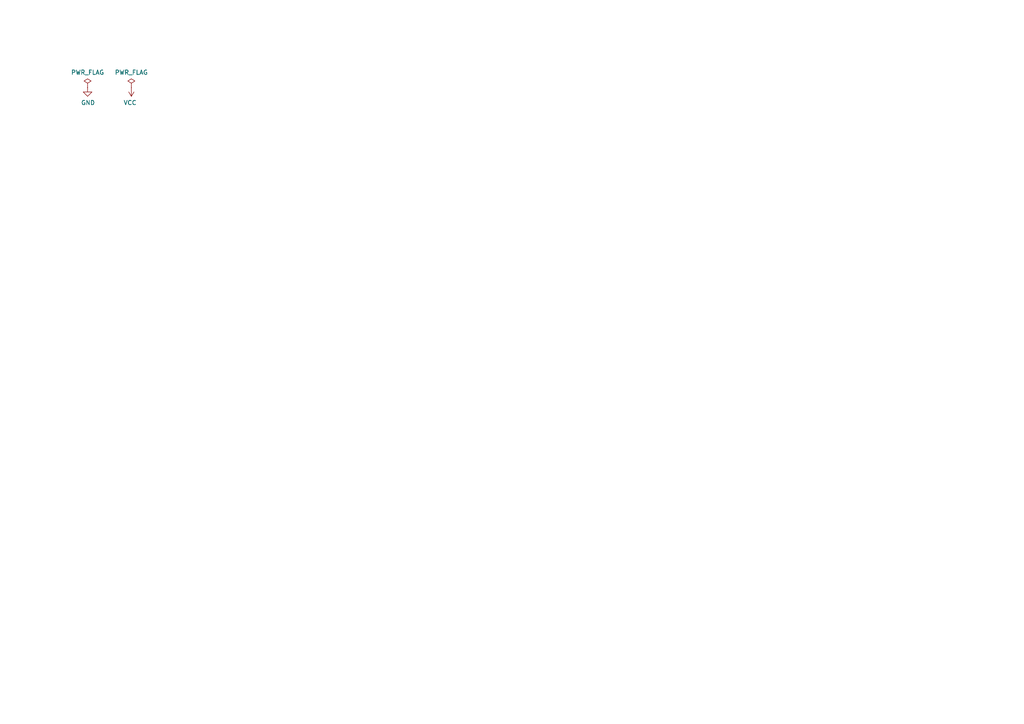
<source format=kicad_sch>
(kicad_sch (version 20230121) (generator eeschema)
  (paper "A4")
  (title_block (title "REVIUNG33 TYPE0 TOP PLATE") (date "2020-06-17") (rev "rev1.0"))
  (lib_symbols
    (symbol "power:GND" (power) (pin_names (offset 0))
      (property "Value" "GND" (at 0 -3.81 0))
      (symbol "GND_0_1"
        (polyline (pts (xy 0 0) (xy 0 -1.27) (xy 1.27 -1.27) (xy 0 -2.54) (xy -1.27 -1.27) (xy 0 -1.27)))
      )
      (symbol "GND_1_1"
        (pin power_in line (at 0 0 270) (length 0) hide (name "GND") (number "1"))
      )
    )
    (symbol "power:PWR_FLAG" (power) (pin_numbers hide) (pin_names (offset 0) hide)
      (property "Value" "PWR_FLAG" (at 0 3.81 0))
      (symbol "PWR_FLAG_0_0"
        (pin power_out line (at 0 0 90) (length 0) (name "pwr") (number "1"))
      )
      (symbol "PWR_FLAG_0_1"
        (polyline (pts (xy 0 0) (xy 0 1.27) (xy -1.016 1.905) (xy 0 2.54) (xy 1.016 1.905) (xy 0 1.27)))
      )
    )
    (symbol "power:VCC" (power) (pin_names (offset 0))
      (property "Value" "VCC" (at 0 3.81 0))
      (symbol "VCC_0_1"
        (polyline (pts (xy -0.762 1.27) (xy 0 2.54)))
        (polyline (pts (xy 0 0) (xy 0 2.54)))
        (polyline (pts (xy 0 2.54) (xy 0.762 1.27)))
      )
      (symbol "VCC_1_1"
        (pin power_in line (at 0 0 90) (length 0) hide (name "VCC") (number "1"))
      )
    )
  )
  (symbol (lib_id "power:PWR_FLAG") (at 25.4 25.4 0) (unit 1)
    (property "Reference" "#FLG?" (effects hide))
    (property "Value" "PWR_FLAG" (at 25.4 21.0058 0))
  )
  (symbol (lib_id "power:GND") (at 25.4 25.4 0) (unit 1)
    (property "Reference" "#PWR?" (effects hide))
    (property "Value" "GND" (at 25.527 29.7942 0))
  )
  (symbol (lib_id "power:PWR_FLAG") (at 38.1 25.4 0) (unit 1)
    (property "Reference" "#FLG?" (effects hide))
    (property "Value" "PWR_FLAG" (at 38.1 21.0058 0))
  )
  (symbol (lib_id "power:VCC") (at 38.1 25.4 180) (unit 1)
    (property "Reference" "#PWR?" (effects hide))
    (property "Value" "VCC" (at 37.719 29.7942 0))
  )
)
</source>
